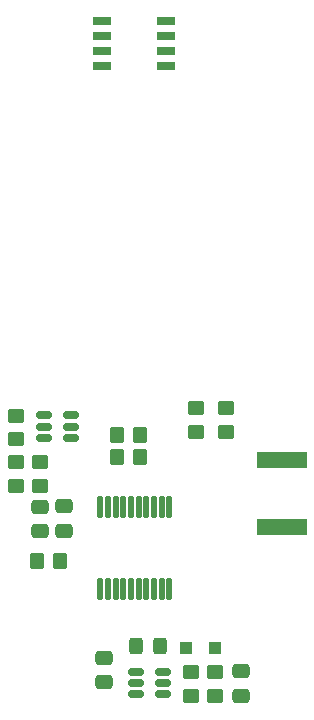
<source format=gbp>
G04 #@! TF.GenerationSoftware,KiCad,Pcbnew,6.0.10*
G04 #@! TF.CreationDate,2023-06-20T13:54:13-05:00*
G04 #@! TF.ProjectId,sensor_sigfox_1,73656e73-6f72-45f7-9369-67666f785f31,rev?*
G04 #@! TF.SameCoordinates,Original*
G04 #@! TF.FileFunction,Paste,Bot*
G04 #@! TF.FilePolarity,Positive*
%FSLAX46Y46*%
G04 Gerber Fmt 4.6, Leading zero omitted, Abs format (unit mm)*
G04 Created by KiCad (PCBNEW 6.0.10) date 2023-06-20 13:54:13*
%MOMM*%
%LPD*%
G01*
G04 APERTURE LIST*
G04 Aperture macros list*
%AMRoundRect*
0 Rectangle with rounded corners*
0 $1 Rounding radius*
0 $2 $3 $4 $5 $6 $7 $8 $9 X,Y pos of 4 corners*
0 Add a 4 corners polygon primitive as box body*
4,1,4,$2,$3,$4,$5,$6,$7,$8,$9,$2,$3,0*
0 Add four circle primitives for the rounded corners*
1,1,$1+$1,$2,$3*
1,1,$1+$1,$4,$5*
1,1,$1+$1,$6,$7*
1,1,$1+$1,$8,$9*
0 Add four rect primitives between the rounded corners*
20,1,$1+$1,$2,$3,$4,$5,0*
20,1,$1+$1,$4,$5,$6,$7,0*
20,1,$1+$1,$6,$7,$8,$9,0*
20,1,$1+$1,$8,$9,$2,$3,0*%
G04 Aperture macros list end*
%ADD10R,4.200000X1.350000*%
%ADD11R,1.000000X1.000000*%
%ADD12RoundRect,0.150000X0.512500X0.150000X-0.512500X0.150000X-0.512500X-0.150000X0.512500X-0.150000X0*%
%ADD13RoundRect,0.250000X-0.450000X0.350000X-0.450000X-0.350000X0.450000X-0.350000X0.450000X0.350000X0*%
%ADD14RoundRect,0.250000X-0.350000X-0.450000X0.350000X-0.450000X0.350000X0.450000X-0.350000X0.450000X0*%
%ADD15RoundRect,0.250000X0.450000X-0.350000X0.450000X0.350000X-0.450000X0.350000X-0.450000X-0.350000X0*%
%ADD16R,1.500000X0.650000*%
%ADD17RoundRect,0.150000X-0.512500X-0.150000X0.512500X-0.150000X0.512500X0.150000X-0.512500X0.150000X0*%
%ADD18RoundRect,0.250000X-0.475000X0.337500X-0.475000X-0.337500X0.475000X-0.337500X0.475000X0.337500X0*%
%ADD19RoundRect,0.250000X0.475000X-0.337500X0.475000X0.337500X-0.475000X0.337500X-0.475000X-0.337500X0*%
%ADD20RoundRect,0.250000X0.350000X0.450000X-0.350000X0.450000X-0.350000X-0.450000X0.350000X-0.450000X0*%
%ADD21RoundRect,0.125000X-0.125000X0.825000X-0.125000X-0.825000X0.125000X-0.825000X0.125000X0.825000X0*%
%ADD22RoundRect,0.250000X0.325000X0.450000X-0.325000X0.450000X-0.325000X-0.450000X0.325000X-0.450000X0*%
G04 APERTURE END LIST*
D10*
X139246000Y-79787000D03*
X139246000Y-74137000D03*
D11*
X133613000Y-90043000D03*
X131113000Y-90043000D03*
D12*
X129168000Y-92075000D03*
X129168000Y-93025000D03*
X129168000Y-93975000D03*
X126893000Y-93975000D03*
X126893000Y-93025000D03*
X126893000Y-92075000D03*
D13*
X116713000Y-74327000D03*
X116713000Y-76327000D03*
D14*
X125254000Y-72009000D03*
X127254000Y-72009000D03*
D15*
X133613000Y-94091000D03*
X133613000Y-92091000D03*
D16*
X124046000Y-40767000D03*
X124046000Y-39497000D03*
X124046000Y-38227000D03*
X124046000Y-36957000D03*
X129446000Y-36957000D03*
X129446000Y-38227000D03*
X129446000Y-39497000D03*
X129446000Y-40767000D03*
D17*
X119137000Y-72263000D03*
X119137000Y-71313000D03*
X119137000Y-70363000D03*
X121412000Y-70363000D03*
X121412000Y-71313000D03*
X121412000Y-72263000D03*
D18*
X124215000Y-90889000D03*
X124215000Y-92964000D03*
X120777000Y-78062000D03*
X120777000Y-80137000D03*
D19*
X135772000Y-94107000D03*
X135772000Y-92032000D03*
D20*
X120491000Y-82677000D03*
X118491000Y-82677000D03*
X127254000Y-73914000D03*
X125254000Y-73914000D03*
D15*
X134493000Y-71755000D03*
X134493000Y-69755000D03*
X118745000Y-76327000D03*
X118745000Y-74327000D03*
X116713000Y-72390000D03*
X116713000Y-70390000D03*
X131953000Y-71755000D03*
X131953000Y-69755000D03*
D21*
X123877000Y-78090000D03*
X124527000Y-78090000D03*
X125177000Y-78090000D03*
X125827000Y-78090000D03*
X126477000Y-78090000D03*
X127127000Y-78090000D03*
X127777000Y-78090000D03*
X128427000Y-78090000D03*
X129077000Y-78090000D03*
X129727000Y-78090000D03*
X129727000Y-85090000D03*
X129077000Y-85090000D03*
X128427000Y-85090000D03*
X127777000Y-85090000D03*
X127127000Y-85090000D03*
X126477000Y-85090000D03*
X125827000Y-85090000D03*
X125177000Y-85090000D03*
X124527000Y-85090000D03*
X123877000Y-85090000D03*
D22*
X128914000Y-89916000D03*
X126864000Y-89916000D03*
D13*
X131581000Y-92075000D03*
X131581000Y-94075000D03*
D18*
X118745000Y-78083500D03*
X118745000Y-80158500D03*
M02*

</source>
